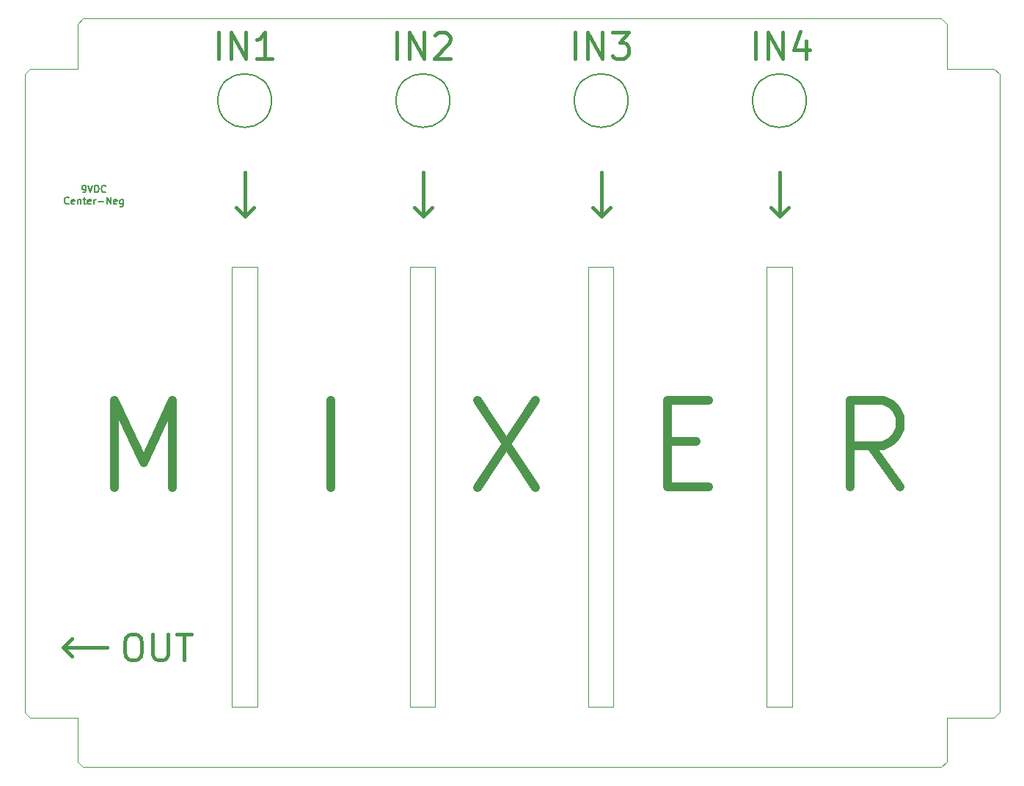
<source format=gbr>
%TF.GenerationSoftware,KiCad,Pcbnew,(5.1.6-0-10_14)*%
%TF.CreationDate,2020-10-11T14:16:58+01:00*%
%TF.ProjectId,ActiveMixerPedalWithDigitalPeakDetector,41637469-7665-44d6-9978-657250656461,rev?*%
%TF.SameCoordinates,Original*%
%TF.FileFunction,Legend,Top*%
%TF.FilePolarity,Positive*%
%FSLAX46Y46*%
G04 Gerber Fmt 4.6, Leading zero omitted, Abs format (unit mm)*
G04 Created by KiCad (PCBNEW (5.1.6-0-10_14)) date 2020-10-11 14:16:58*
%MOMM*%
%LPD*%
G01*
G04 APERTURE LIST*
%ADD10C,0.400000*%
%ADD11C,0.150000*%
%ADD12C,1.000000*%
%TA.AperFunction,Profile*%
%ADD13C,0.050000*%
%TD*%
%TA.AperFunction,Profile*%
%ADD14C,0.150000*%
%TD*%
G04 APERTURE END LIST*
D10*
X129286000Y-77406500D02*
X130302000Y-76390500D01*
X129286000Y-77406500D02*
X128270000Y-76390500D01*
X129286000Y-77406500D02*
X129286000Y-72326500D01*
X108712000Y-77406500D02*
X109728000Y-76390500D01*
X108712000Y-77406500D02*
X107696000Y-76390500D01*
X108712000Y-77406500D02*
X108712000Y-72326500D01*
X88138000Y-77406500D02*
X89154000Y-76390500D01*
X88138000Y-77406500D02*
X87122000Y-76390500D01*
X88138000Y-77406500D02*
X88138000Y-72326500D01*
D11*
X48869761Y-74616904D02*
X49022142Y-74616904D01*
X49098333Y-74578809D01*
X49136428Y-74540714D01*
X49212619Y-74426428D01*
X49250714Y-74274047D01*
X49250714Y-73969285D01*
X49212619Y-73893095D01*
X49174523Y-73855000D01*
X49098333Y-73816904D01*
X48945952Y-73816904D01*
X48869761Y-73855000D01*
X48831666Y-73893095D01*
X48793571Y-73969285D01*
X48793571Y-74159761D01*
X48831666Y-74235952D01*
X48869761Y-74274047D01*
X48945952Y-74312142D01*
X49098333Y-74312142D01*
X49174523Y-74274047D01*
X49212619Y-74235952D01*
X49250714Y-74159761D01*
X49479285Y-73816904D02*
X49745952Y-74616904D01*
X50012619Y-73816904D01*
X50279285Y-74616904D02*
X50279285Y-73816904D01*
X50469761Y-73816904D01*
X50584047Y-73855000D01*
X50660238Y-73931190D01*
X50698333Y-74007380D01*
X50736428Y-74159761D01*
X50736428Y-74274047D01*
X50698333Y-74426428D01*
X50660238Y-74502619D01*
X50584047Y-74578809D01*
X50469761Y-74616904D01*
X50279285Y-74616904D01*
X51536428Y-74540714D02*
X51498333Y-74578809D01*
X51384047Y-74616904D01*
X51307857Y-74616904D01*
X51193571Y-74578809D01*
X51117380Y-74502619D01*
X51079285Y-74426428D01*
X51041190Y-74274047D01*
X51041190Y-74159761D01*
X51079285Y-74007380D01*
X51117380Y-73931190D01*
X51193571Y-73855000D01*
X51307857Y-73816904D01*
X51384047Y-73816904D01*
X51498333Y-73855000D01*
X51536428Y-73893095D01*
X47269761Y-75890714D02*
X47231666Y-75928809D01*
X47117380Y-75966904D01*
X47041190Y-75966904D01*
X46926904Y-75928809D01*
X46850714Y-75852619D01*
X46812619Y-75776428D01*
X46774523Y-75624047D01*
X46774523Y-75509761D01*
X46812619Y-75357380D01*
X46850714Y-75281190D01*
X46926904Y-75205000D01*
X47041190Y-75166904D01*
X47117380Y-75166904D01*
X47231666Y-75205000D01*
X47269761Y-75243095D01*
X47917380Y-75928809D02*
X47841190Y-75966904D01*
X47688809Y-75966904D01*
X47612619Y-75928809D01*
X47574523Y-75852619D01*
X47574523Y-75547857D01*
X47612619Y-75471666D01*
X47688809Y-75433571D01*
X47841190Y-75433571D01*
X47917380Y-75471666D01*
X47955476Y-75547857D01*
X47955476Y-75624047D01*
X47574523Y-75700238D01*
X48298333Y-75433571D02*
X48298333Y-75966904D01*
X48298333Y-75509761D02*
X48336428Y-75471666D01*
X48412619Y-75433571D01*
X48526904Y-75433571D01*
X48603095Y-75471666D01*
X48641190Y-75547857D01*
X48641190Y-75966904D01*
X48907857Y-75433571D02*
X49212619Y-75433571D01*
X49022142Y-75166904D02*
X49022142Y-75852619D01*
X49060238Y-75928809D01*
X49136428Y-75966904D01*
X49212619Y-75966904D01*
X49784047Y-75928809D02*
X49707857Y-75966904D01*
X49555476Y-75966904D01*
X49479285Y-75928809D01*
X49441190Y-75852619D01*
X49441190Y-75547857D01*
X49479285Y-75471666D01*
X49555476Y-75433571D01*
X49707857Y-75433571D01*
X49784047Y-75471666D01*
X49822142Y-75547857D01*
X49822142Y-75624047D01*
X49441190Y-75700238D01*
X50165000Y-75966904D02*
X50165000Y-75433571D01*
X50165000Y-75585952D02*
X50203095Y-75509761D01*
X50241190Y-75471666D01*
X50317380Y-75433571D01*
X50393571Y-75433571D01*
X50660238Y-75662142D02*
X51269761Y-75662142D01*
X51650714Y-75966904D02*
X51650714Y-75166904D01*
X52107857Y-75966904D01*
X52107857Y-75166904D01*
X52793571Y-75928809D02*
X52717380Y-75966904D01*
X52565000Y-75966904D01*
X52488809Y-75928809D01*
X52450714Y-75852619D01*
X52450714Y-75547857D01*
X52488809Y-75471666D01*
X52565000Y-75433571D01*
X52717380Y-75433571D01*
X52793571Y-75471666D01*
X52831666Y-75547857D01*
X52831666Y-75624047D01*
X52450714Y-75700238D01*
X53517380Y-75433571D02*
X53517380Y-76081190D01*
X53479285Y-76157380D01*
X53441190Y-76195476D01*
X53365000Y-76233571D01*
X53250714Y-76233571D01*
X53174523Y-76195476D01*
X53517380Y-75928809D02*
X53441190Y-75966904D01*
X53288809Y-75966904D01*
X53212619Y-75928809D01*
X53174523Y-75890714D01*
X53136428Y-75814523D01*
X53136428Y-75585952D01*
X53174523Y-75509761D01*
X53212619Y-75471666D01*
X53288809Y-75433571D01*
X53441190Y-75433571D01*
X53517380Y-75471666D01*
D12*
X143176238Y-108600309D02*
X139842904Y-103838404D01*
X137461952Y-108600309D02*
X137461952Y-98600309D01*
X141271476Y-98600309D01*
X142223857Y-99076500D01*
X142700047Y-99552690D01*
X143176238Y-100505071D01*
X143176238Y-101933642D01*
X142700047Y-102886023D01*
X142223857Y-103362214D01*
X141271476Y-103838404D01*
X137461952Y-103838404D01*
X116348142Y-103362214D02*
X119681476Y-103362214D01*
X121110047Y-108600309D02*
X116348142Y-108600309D01*
X116348142Y-98600309D01*
X121110047Y-98600309D01*
X94456666Y-98663809D02*
X101123333Y-108663809D01*
X101123333Y-98663809D02*
X94456666Y-108663809D01*
X77470000Y-108663809D02*
X77470000Y-98663809D01*
X52546666Y-108663809D02*
X52546666Y-98663809D01*
X55880000Y-105806666D01*
X59213333Y-98663809D01*
X59213333Y-108663809D01*
D10*
X54404000Y-125611142D02*
X54975428Y-125611142D01*
X55261142Y-125754000D01*
X55546857Y-126039714D01*
X55689714Y-126611142D01*
X55689714Y-127611142D01*
X55546857Y-128182571D01*
X55261142Y-128468285D01*
X54975428Y-128611142D01*
X54404000Y-128611142D01*
X54118285Y-128468285D01*
X53832571Y-128182571D01*
X53689714Y-127611142D01*
X53689714Y-126611142D01*
X53832571Y-126039714D01*
X54118285Y-125754000D01*
X54404000Y-125611142D01*
X56975428Y-125611142D02*
X56975428Y-128039714D01*
X57118285Y-128325428D01*
X57261142Y-128468285D01*
X57546857Y-128611142D01*
X58118285Y-128611142D01*
X58404000Y-128468285D01*
X58546857Y-128325428D01*
X58689714Y-128039714D01*
X58689714Y-125611142D01*
X59689714Y-125611142D02*
X61404000Y-125611142D01*
X60546857Y-128611142D02*
X60546857Y-125611142D01*
X126540000Y-59142142D02*
X126540000Y-56142142D01*
X127968571Y-59142142D02*
X127968571Y-56142142D01*
X129682857Y-59142142D01*
X129682857Y-56142142D01*
X132397142Y-57142142D02*
X132397142Y-59142142D01*
X131682857Y-55999285D02*
X130968571Y-58142142D01*
X132825714Y-58142142D01*
X105712000Y-59142142D02*
X105712000Y-56142142D01*
X107140571Y-59142142D02*
X107140571Y-56142142D01*
X108854857Y-59142142D01*
X108854857Y-56142142D01*
X109997714Y-56142142D02*
X111854857Y-56142142D01*
X110854857Y-57285000D01*
X111283428Y-57285000D01*
X111569142Y-57427857D01*
X111712000Y-57570714D01*
X111854857Y-57856428D01*
X111854857Y-58570714D01*
X111712000Y-58856428D01*
X111569142Y-58999285D01*
X111283428Y-59142142D01*
X110426285Y-59142142D01*
X110140571Y-58999285D01*
X109997714Y-58856428D01*
X85138000Y-59142142D02*
X85138000Y-56142142D01*
X86566571Y-59142142D02*
X86566571Y-56142142D01*
X88280857Y-59142142D01*
X88280857Y-56142142D01*
X89566571Y-56427857D02*
X89709428Y-56285000D01*
X89995142Y-56142142D01*
X90709428Y-56142142D01*
X90995142Y-56285000D01*
X91138000Y-56427857D01*
X91280857Y-56713571D01*
X91280857Y-56999285D01*
X91138000Y-57427857D01*
X89423714Y-59142142D01*
X91280857Y-59142142D01*
X64564000Y-59142142D02*
X64564000Y-56142142D01*
X65992571Y-59142142D02*
X65992571Y-56142142D01*
X67706857Y-59142142D01*
X67706857Y-56142142D01*
X70706857Y-59142142D02*
X68992571Y-59142142D01*
X69849714Y-59142142D02*
X69849714Y-56142142D01*
X69564000Y-56570714D01*
X69278285Y-56856428D01*
X68992571Y-56999285D01*
X46609000Y-127127000D02*
X51689000Y-127127000D01*
X46609000Y-127127000D02*
X47625000Y-126111000D01*
X46609000Y-127127000D02*
X47625000Y-128143000D01*
D13*
X127812800Y-83185000D02*
X130733800Y-83185000D01*
X130733800Y-133985000D02*
X127812800Y-133985000D01*
X130733800Y-83185000D02*
X130733800Y-133985000D01*
X127812800Y-133985000D02*
X127812800Y-83185000D01*
X66090800Y-83185000D02*
X69011800Y-83185000D01*
X69011800Y-133985000D02*
X66090800Y-133985000D01*
X69011800Y-83185000D02*
X69011800Y-133985000D01*
X66090800Y-133985000D02*
X66090800Y-83185000D01*
X86614000Y-83185000D02*
X89535000Y-83185000D01*
X89535000Y-133985000D02*
X86614000Y-133985000D01*
X89535000Y-83185000D02*
X89535000Y-133985000D01*
X86614000Y-133985000D02*
X86614000Y-83185000D01*
X107188000Y-133985000D02*
X107188000Y-83185000D01*
X110109000Y-133985000D02*
X107188000Y-133985000D01*
X110109000Y-83185000D02*
X110109000Y-133985000D01*
X107188000Y-83185000D02*
X110109000Y-83185000D01*
D14*
X132386465Y-64008000D02*
G75*
G03*
X132386465Y-64008000I-3100465J0D01*
G01*
X111812465Y-64008000D02*
G75*
G03*
X111812465Y-64008000I-3100465J0D01*
G01*
X91238465Y-64008000D02*
G75*
G03*
X91238465Y-64008000I-3100465J0D01*
G01*
X70664465Y-64008000D02*
G75*
G03*
X70664465Y-64008000I-3100465J0D01*
G01*
D10*
X67564000Y-77406500D02*
X67564000Y-72326500D01*
X67564000Y-77406500D02*
X66548000Y-76390500D01*
X67564000Y-77406500D02*
X68580000Y-76390500D01*
D13*
X148590000Y-140335000D02*
X147955000Y-140970000D01*
X148590000Y-135255000D02*
X148590000Y-140335000D01*
X154051000Y-135255000D02*
X148590000Y-135255000D01*
X154686000Y-134620000D02*
X154051000Y-135255000D01*
X154686000Y-60960000D02*
X154686000Y-134620000D01*
X154051000Y-60325000D02*
X154686000Y-60960000D01*
X148590000Y-60325000D02*
X154051000Y-60325000D01*
X148590000Y-55181500D02*
X148590000Y-60325000D01*
X147955000Y-54546500D02*
X148590000Y-55181500D01*
X48895000Y-54546500D02*
X147955000Y-54546500D01*
X48260000Y-55181500D02*
X48895000Y-54546500D01*
X48260000Y-60325000D02*
X48260000Y-55181500D01*
X42799000Y-60325000D02*
X48260000Y-60325000D01*
X42164000Y-60960000D02*
X42799000Y-60325000D01*
X42164000Y-134683500D02*
X42164000Y-60960000D01*
X42799000Y-135318500D02*
X42164000Y-134683500D01*
X48260000Y-135318500D02*
X42799000Y-135318500D01*
X48260000Y-140335000D02*
X48260000Y-135318500D01*
X48895000Y-140970000D02*
X48260000Y-140335000D01*
X147955000Y-140970000D02*
X48895000Y-140970000D01*
M02*

</source>
